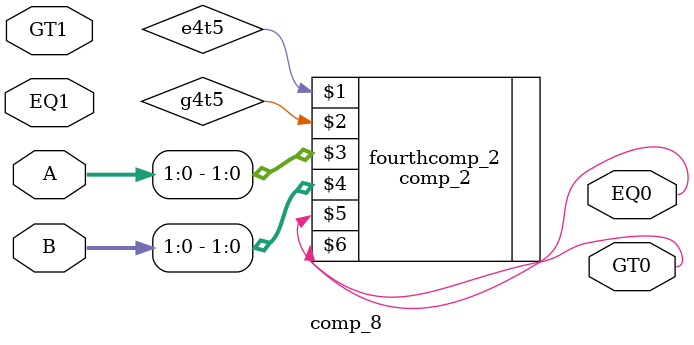
<source format=v>
module comp_8(EQ1, GT1, A, B, EQ0, GT0);
    input EQ1, GT1;
    input [7:0] A, B;
    output EQ0, GT0;

    wire e1t2, g1t2;
    wire e2t3, g2t3;
    wire e3t4, g3t4;
    wire e4t5, g4t5;

    // module comp_2(EQ1, GT1, A, B, EQ0, GT0);

    comp_2 firstcomp_2(EQ1, GT1, A[7:6], B[7:6], e1t2, g1t2);
    comp_2 secondcomp_2(e1t2, g1t2, A[5:4], B[5:4], e2t3, g2t3);
    comp_2 thirdcomp_2(e2t3, g2t3, A[3:2], B[3:2], e3t4, g3t4);
    comp_2 fourthcomp_2(e4t5, g4t5, A[1:0], B[1:0], EQ0, GT0);

endmodule
</source>
